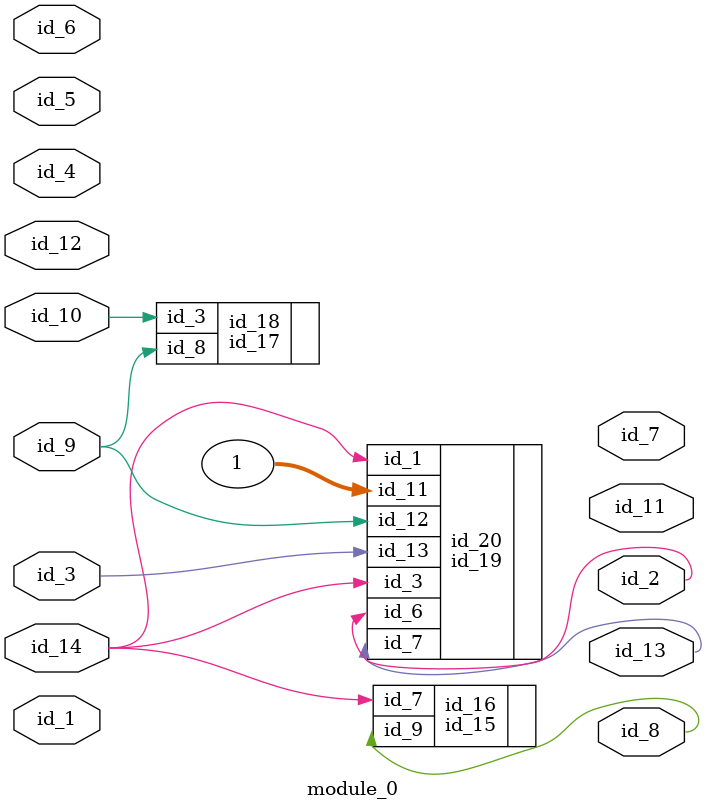
<source format=v>
`define pp_1 0
module module_0 (
    id_1,
    id_2,
    id_3,
    id_4,
    id_5,
    id_6,
    id_7,
    id_8,
    id_9,
    id_10,
    id_11,
    id_12,
    id_13,
    id_14
);
  input id_14;
  output id_13;
  input id_12;
  output id_11;
  input id_10;
  input id_9;
  output id_8;
  output id_7;
  input id_6;
  input id_5;
  input id_4;
  input id_3;
  output id_2;
  input id_1;
  id_15 id_16 (
      .id_7(id_14),
      .id_9(id_8)
  );
  id_17 id_18 (
      .id_8(id_5),
      .id_8(id_9),
      .id_3(id_10)
  );
  id_19 id_20 (
      .id_12(id_9),
      .id_13(id_3),
      .id_6 (id_2),
      .id_7 (1),
      .id_11(1),
      .id_1 (id_14),
      .id_7 (id_13),
      .id_3 (id_14)
  );
endmodule

</source>
